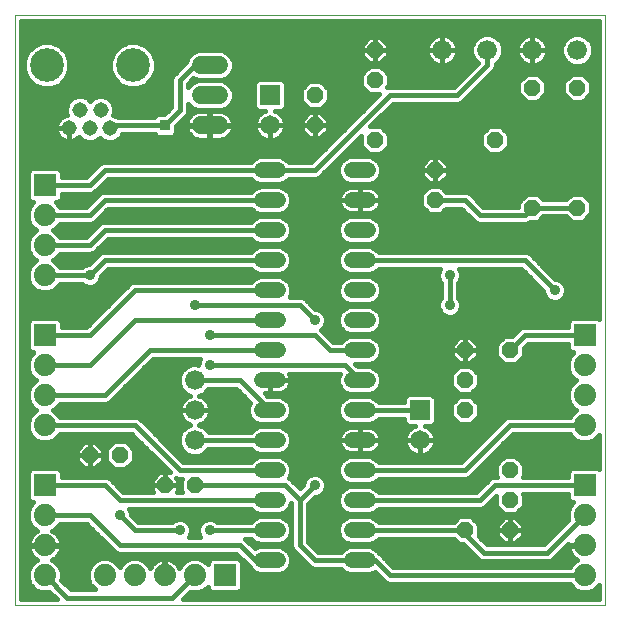
<source format=gbl>
G75*
G70*
%OFA0B0*%
%FSLAX24Y24*%
%IPPOS*%
%LPD*%
%AMOC8*
5,1,8,0,0,1.08239X$1,22.5*
%
%ADD10C,0.0000*%
%ADD11C,0.0520*%
%ADD12OC8,0.0520*%
%ADD13C,0.0660*%
%ADD14R,0.0650X0.0650*%
%ADD15C,0.0650*%
%ADD16C,0.0600*%
%ADD17C,0.0515*%
%ADD18C,0.1122*%
%ADD19R,0.0740X0.0740*%
%ADD20C,0.0740*%
%ADD21C,0.0160*%
%ADD22C,0.0356*%
%ADD23R,0.0356X0.0356*%
D10*
X000181Y000181D02*
X000181Y019866D01*
X019866Y019866D01*
X019866Y000181D01*
X000181Y000181D01*
D11*
X008421Y001681D02*
X008941Y001681D01*
X008941Y002681D02*
X008421Y002681D01*
X008421Y003681D02*
X008941Y003681D01*
X008941Y004681D02*
X008421Y004681D01*
X008421Y005681D02*
X008941Y005681D01*
X008941Y006681D02*
X008421Y006681D01*
X008421Y007681D02*
X008941Y007681D01*
X008941Y008681D02*
X008421Y008681D01*
X008421Y009681D02*
X008941Y009681D01*
X008941Y010681D02*
X008421Y010681D01*
X008421Y011681D02*
X008941Y011681D01*
X008941Y012681D02*
X008421Y012681D01*
X008421Y013681D02*
X008941Y013681D01*
X008941Y014681D02*
X008421Y014681D01*
X011421Y014681D02*
X011941Y014681D01*
X011941Y013681D02*
X011421Y013681D01*
X011421Y012681D02*
X011941Y012681D01*
X011941Y011681D02*
X011421Y011681D01*
X011421Y010681D02*
X011941Y010681D01*
X011941Y009681D02*
X011421Y009681D01*
X011421Y008681D02*
X011941Y008681D01*
X011941Y007681D02*
X011421Y007681D01*
X011421Y006681D02*
X011941Y006681D01*
X011941Y005681D02*
X011421Y005681D01*
X011421Y004681D02*
X011941Y004681D01*
X011941Y003681D02*
X011421Y003681D01*
X011421Y002681D02*
X011941Y002681D01*
X011941Y001681D02*
X011421Y001681D01*
D12*
X015181Y002681D03*
X016681Y002681D03*
X016681Y003681D03*
X016681Y004681D03*
X015181Y006681D03*
X015181Y007681D03*
X015181Y008681D03*
X016681Y008681D03*
X017431Y013431D03*
X018931Y013431D03*
X016181Y015681D03*
X017431Y017431D03*
X018931Y017431D03*
X014181Y014681D03*
X014181Y013681D03*
X012181Y015681D03*
X012181Y017681D03*
X012181Y018681D03*
X010181Y017181D03*
X010181Y016181D03*
X003681Y005181D03*
X002681Y005181D03*
X005181Y004181D03*
X006181Y004181D03*
D13*
X006181Y005681D03*
X006181Y006681D03*
X006181Y007681D03*
X014431Y018681D03*
X015931Y018681D03*
X017431Y018681D03*
X018931Y018681D03*
D14*
X008681Y017181D03*
X013681Y006681D03*
D15*
X013681Y005681D03*
X008681Y016181D03*
D16*
X006981Y016181D02*
X006381Y016181D01*
X006381Y017181D02*
X006981Y017181D01*
X006981Y018181D02*
X006381Y018181D01*
D17*
X003351Y016081D03*
X002681Y016081D03*
X002351Y016701D03*
X001981Y016081D03*
X003041Y016701D03*
D18*
X004118Y018181D03*
X001244Y018181D03*
D19*
X001181Y014181D03*
X001181Y009181D03*
X001181Y004181D03*
X007181Y001181D03*
X019181Y004181D03*
X019181Y009181D03*
D20*
X019181Y008181D03*
X019181Y007181D03*
X019181Y006181D03*
X019181Y003181D03*
X019181Y002181D03*
X019181Y001181D03*
X006181Y001181D03*
X005181Y001181D03*
X004181Y001181D03*
X003181Y001181D03*
X001181Y001181D03*
X001181Y002181D03*
X001181Y003181D03*
X001181Y006181D03*
X001181Y007181D03*
X001181Y008181D03*
X001181Y011181D03*
X001181Y012181D03*
X001181Y013181D03*
D21*
X002681Y013181D01*
X003181Y013681D01*
X008681Y013681D01*
X008330Y013221D02*
X009033Y013221D01*
X009202Y013291D01*
X009331Y013421D01*
X009401Y013590D01*
X009401Y013773D01*
X009331Y013942D01*
X009202Y014071D01*
X009033Y014141D01*
X008330Y014141D01*
X008161Y014071D01*
X008051Y013961D01*
X003126Y013961D01*
X003023Y013919D01*
X002944Y013840D01*
X002565Y013461D01*
X001682Y013461D01*
X001665Y013504D01*
X001557Y013611D01*
X001634Y013611D01*
X001751Y013729D01*
X001751Y013901D01*
X002626Y013901D01*
X002737Y013901D01*
X002840Y013944D01*
X003297Y014401D01*
X008051Y014401D01*
X008161Y014291D01*
X008330Y014221D01*
X009033Y014221D01*
X009202Y014291D01*
X009312Y014401D01*
X010126Y014401D01*
X010237Y014401D01*
X010340Y014444D01*
X011721Y015826D01*
X011721Y015491D01*
X011991Y015221D01*
X012372Y015221D01*
X012641Y015491D01*
X012641Y015872D01*
X012372Y016141D01*
X012037Y016141D01*
X012797Y016901D01*
X014876Y016901D01*
X014987Y016901D01*
X015090Y016944D01*
X016090Y017944D01*
X016169Y018023D01*
X016211Y018126D01*
X016211Y018224D01*
X016232Y018232D01*
X016381Y018381D01*
X016461Y018576D01*
X016461Y018787D01*
X016381Y018982D01*
X016232Y019131D01*
X016037Y019211D01*
X015826Y019211D01*
X015631Y019131D01*
X015482Y018982D01*
X015401Y018787D01*
X015401Y018576D01*
X015482Y018381D01*
X015609Y018255D01*
X014815Y017461D01*
X012626Y017461D01*
X012602Y017452D01*
X012641Y017491D01*
X012641Y017872D01*
X012372Y018141D01*
X011991Y018141D01*
X011721Y017872D01*
X011721Y017491D01*
X011991Y017221D01*
X012326Y017221D01*
X010065Y014961D01*
X009312Y014961D01*
X009202Y015071D01*
X009033Y015141D01*
X008330Y015141D01*
X008161Y015071D01*
X008051Y014961D01*
X003126Y014961D01*
X003023Y014919D01*
X002944Y014840D01*
X002565Y014461D01*
X001751Y014461D01*
X001751Y014634D01*
X001634Y014751D01*
X000729Y014751D01*
X000611Y014634D01*
X000611Y013729D01*
X000729Y013611D01*
X000805Y013611D01*
X000698Y013504D01*
X000611Y013295D01*
X000611Y013068D01*
X000698Y012859D01*
X000859Y012698D01*
X000899Y012681D01*
X000859Y012665D01*
X000698Y012504D01*
X000611Y012295D01*
X000611Y012068D01*
X000698Y011859D01*
X000859Y011698D01*
X000899Y011681D01*
X000859Y011665D01*
X000698Y011504D01*
X000611Y011295D01*
X000611Y011068D01*
X000698Y010859D01*
X000859Y010698D01*
X001068Y010611D01*
X001295Y010611D01*
X001504Y010698D01*
X001665Y010859D01*
X001682Y010901D01*
X002427Y010901D01*
X002467Y010861D01*
X002606Y010803D01*
X002757Y010803D01*
X002896Y010861D01*
X003002Y010967D01*
X003059Y011106D01*
X003059Y011164D01*
X003297Y011401D01*
X008051Y011401D01*
X008161Y011291D01*
X008330Y011221D01*
X009033Y011221D01*
X009202Y011291D01*
X009331Y011421D01*
X009401Y011590D01*
X009401Y011773D01*
X009331Y011942D01*
X009202Y012071D01*
X009033Y012141D01*
X008330Y012141D01*
X008161Y012071D01*
X008051Y011961D01*
X003126Y011961D01*
X003023Y011919D01*
X002944Y011840D01*
X002664Y011559D01*
X002606Y011559D01*
X002467Y011502D01*
X002427Y011461D01*
X001682Y011461D01*
X001665Y011504D01*
X001504Y011665D01*
X001464Y011681D01*
X001504Y011698D01*
X001665Y011859D01*
X001682Y011901D01*
X002626Y011901D01*
X002737Y011901D01*
X002840Y011944D01*
X003297Y012401D01*
X008051Y012401D01*
X008161Y012291D01*
X008330Y012221D01*
X009033Y012221D01*
X009202Y012291D01*
X009331Y012421D01*
X009401Y012590D01*
X009401Y012773D01*
X009331Y012942D01*
X009202Y013071D01*
X009033Y013141D01*
X008330Y013141D01*
X008161Y013071D01*
X008051Y012961D01*
X003126Y012961D01*
X003023Y012919D01*
X002944Y012840D01*
X002565Y012461D01*
X001682Y012461D01*
X001665Y012504D01*
X001504Y012665D01*
X001464Y012681D01*
X001504Y012698D01*
X001665Y012859D01*
X001682Y012901D01*
X002626Y012901D01*
X002737Y012901D01*
X002840Y012944D01*
X003297Y013401D01*
X008051Y013401D01*
X008161Y013291D01*
X008330Y013221D01*
X008112Y013341D02*
X003236Y013341D01*
X003078Y013182D02*
X015285Y013182D01*
X015443Y013023D02*
X012250Y013023D01*
X012202Y013071D02*
X012033Y013141D01*
X011330Y013141D01*
X011161Y013071D01*
X011031Y012942D01*
X010961Y012773D01*
X010961Y012590D01*
X011031Y012421D01*
X011161Y012291D01*
X011330Y012221D01*
X012033Y012221D01*
X012202Y012291D01*
X012331Y012421D01*
X012401Y012590D01*
X012401Y012773D01*
X012331Y012942D01*
X012202Y013071D01*
X012110Y013274D02*
X012172Y013305D01*
X012228Y013346D01*
X012277Y013395D01*
X012318Y013451D01*
X012349Y013512D01*
X012371Y013578D01*
X012381Y013647D01*
X012381Y013681D01*
X011682Y013681D01*
X011682Y013682D01*
X011681Y013682D01*
X011681Y014121D01*
X011387Y014121D01*
X011318Y014111D01*
X011252Y014089D01*
X011191Y014058D01*
X011135Y014017D01*
X011086Y013968D01*
X011045Y013912D01*
X011014Y013850D01*
X010992Y013784D01*
X010981Y013716D01*
X010981Y013682D01*
X011681Y013682D01*
X011681Y013681D01*
X011682Y013681D01*
X011682Y013241D01*
X011976Y013241D01*
X012044Y013252D01*
X012110Y013274D01*
X012221Y013341D02*
X013872Y013341D01*
X013991Y013221D02*
X013721Y013491D01*
X013721Y013872D01*
X013991Y014141D01*
X014372Y014141D01*
X014552Y013961D01*
X015126Y013961D01*
X015237Y013961D01*
X015340Y013919D01*
X015797Y013461D01*
X016971Y013461D01*
X016971Y013622D01*
X017241Y013891D01*
X017622Y013891D01*
X017802Y013711D01*
X018561Y013711D01*
X018741Y013891D01*
X019122Y013891D01*
X019391Y013622D01*
X019391Y013241D01*
X019122Y012971D01*
X018741Y012971D01*
X018561Y013151D01*
X017802Y013151D01*
X017622Y012971D01*
X017367Y012971D01*
X017340Y012944D01*
X017237Y012901D01*
X017126Y012901D01*
X015626Y012901D01*
X015523Y012944D01*
X015444Y013023D01*
X015065Y013401D01*
X014552Y013401D01*
X014372Y013221D01*
X013991Y013221D01*
X013721Y013499D02*
X012342Y013499D01*
X012381Y013658D02*
X013721Y013658D01*
X013721Y013816D02*
X012360Y013816D01*
X012371Y013784D02*
X012349Y013850D01*
X012318Y013912D01*
X012277Y013968D01*
X012228Y014017D01*
X012172Y014058D01*
X012110Y014089D01*
X012044Y014111D01*
X011976Y014121D01*
X011682Y014121D01*
X011682Y013682D01*
X012381Y013682D01*
X012381Y013716D01*
X012371Y013784D01*
X012270Y013975D02*
X013824Y013975D01*
X013983Y014133D02*
X009053Y014133D01*
X009202Y014292D02*
X011161Y014292D01*
X011161Y014291D02*
X011330Y014221D01*
X012033Y014221D01*
X012202Y014291D01*
X012331Y014421D01*
X012401Y014590D01*
X012401Y014773D01*
X012331Y014942D01*
X012202Y015071D01*
X012033Y015141D01*
X011330Y015141D01*
X011161Y015071D01*
X011031Y014942D01*
X010961Y014773D01*
X010961Y014590D01*
X011031Y014421D01*
X011161Y014291D01*
X011019Y014450D02*
X010346Y014450D01*
X010505Y014609D02*
X010961Y014609D01*
X010961Y014767D02*
X010663Y014767D01*
X010822Y014926D02*
X011025Y014926D01*
X010980Y015084D02*
X011193Y015084D01*
X011139Y015243D02*
X011969Y015243D01*
X011811Y015402D02*
X011297Y015402D01*
X011456Y015560D02*
X011721Y015560D01*
X011721Y015719D02*
X011615Y015719D01*
X011140Y016036D02*
X010621Y016036D01*
X010621Y015999D02*
X010621Y016181D01*
X010182Y016181D01*
X010182Y016182D01*
X010181Y016182D01*
X010181Y016621D01*
X009999Y016621D01*
X009741Y016364D01*
X009741Y016182D01*
X010181Y016182D01*
X010181Y016181D01*
X009741Y016181D01*
X009741Y015999D01*
X009999Y015741D01*
X010181Y015741D01*
X010181Y016181D01*
X010182Y016181D01*
X010182Y015741D01*
X010364Y015741D01*
X010621Y015999D01*
X010499Y015877D02*
X010981Y015877D01*
X010823Y015719D02*
X008886Y015719D01*
X008875Y015713D02*
X008946Y015749D01*
X009010Y015796D01*
X009067Y015852D01*
X009113Y015917D01*
X009149Y015988D01*
X009174Y016063D01*
X009186Y016142D01*
X009186Y016181D01*
X008682Y016181D01*
X008682Y016182D01*
X009186Y016182D01*
X009186Y016221D01*
X009174Y016300D01*
X009149Y016375D01*
X009113Y016446D01*
X009067Y016510D01*
X009010Y016567D01*
X008946Y016613D01*
X008875Y016649D01*
X008853Y016656D01*
X009089Y016656D01*
X009206Y016774D01*
X009206Y017589D01*
X009089Y017706D01*
X008274Y017706D01*
X008156Y017589D01*
X008156Y016774D01*
X008274Y016656D01*
X008509Y016656D01*
X008488Y016649D01*
X008417Y016613D01*
X008352Y016567D01*
X008296Y016510D01*
X008249Y016446D01*
X008213Y016375D01*
X008189Y016300D01*
X008176Y016221D01*
X008176Y016182D01*
X008681Y016182D01*
X008681Y016181D01*
X008176Y016181D01*
X008176Y016142D01*
X008189Y016063D01*
X008213Y015988D01*
X008249Y015917D01*
X008296Y015852D01*
X008352Y015796D01*
X008417Y015749D01*
X008488Y015713D01*
X008563Y015689D01*
X008642Y015676D01*
X008681Y015676D01*
X008681Y016181D01*
X008682Y016181D01*
X008682Y015676D01*
X008721Y015676D01*
X008800Y015689D01*
X008875Y015713D01*
X008682Y015719D02*
X008681Y015719D01*
X008681Y015877D02*
X008682Y015877D01*
X008681Y016036D02*
X008682Y016036D01*
X008477Y015719D02*
X007111Y015719D01*
X007094Y015713D02*
X007166Y015737D01*
X007233Y015771D01*
X007294Y015815D01*
X007348Y015869D01*
X007392Y015930D01*
X007426Y015997D01*
X007450Y016069D01*
X007461Y016144D01*
X007461Y016161D01*
X006702Y016161D01*
X006702Y016201D01*
X007461Y016201D01*
X007461Y016219D01*
X007450Y016294D01*
X007426Y016366D01*
X007392Y016433D01*
X007348Y016494D01*
X007294Y016548D01*
X007233Y016592D01*
X007166Y016626D01*
X007094Y016650D01*
X007019Y016661D01*
X006701Y016661D01*
X006701Y016202D01*
X006661Y016202D01*
X006661Y016661D01*
X006344Y016661D01*
X006269Y016650D01*
X006197Y016626D01*
X006130Y016592D01*
X006069Y016548D01*
X006015Y016494D01*
X005971Y016433D01*
X005937Y016366D01*
X005913Y016294D01*
X005901Y016219D01*
X005901Y016201D01*
X006661Y016201D01*
X006661Y016161D01*
X006701Y016161D01*
X006701Y015701D01*
X007019Y015701D01*
X007094Y015713D01*
X007354Y015877D02*
X008278Y015877D01*
X008198Y016036D02*
X007439Y016036D01*
X007430Y016353D02*
X008206Y016353D01*
X008176Y016194D02*
X006702Y016194D01*
X006661Y016194D02*
X005590Y016194D01*
X005559Y016164D02*
X005919Y016523D01*
X005961Y016626D01*
X005961Y016737D01*
X005961Y016894D01*
X006098Y016758D01*
X006282Y016681D01*
X007081Y016681D01*
X007265Y016758D01*
X007405Y016898D01*
X007481Y017082D01*
X007481Y017281D01*
X007405Y017465D01*
X007265Y017605D01*
X007081Y017681D01*
X006282Y017681D01*
X006098Y017605D01*
X005961Y017468D01*
X005961Y017565D01*
X006137Y017741D01*
X006282Y017681D01*
X007081Y017681D01*
X007265Y017758D01*
X007405Y017898D01*
X007481Y018082D01*
X007481Y018281D01*
X007405Y018465D01*
X007265Y018605D01*
X007081Y018681D01*
X006282Y018681D01*
X006098Y018605D01*
X005958Y018465D01*
X005881Y018281D01*
X005881Y018277D01*
X005523Y017919D01*
X005444Y017840D01*
X005401Y017737D01*
X005401Y016797D01*
X005164Y016559D01*
X004920Y016559D01*
X004822Y016461D01*
X003618Y016461D01*
X003611Y016469D01*
X003465Y016529D01*
X003499Y016610D01*
X003499Y016792D01*
X003429Y016961D01*
X003301Y017089D01*
X003132Y017159D01*
X002950Y017159D01*
X002782Y017089D01*
X002696Y017003D01*
X002611Y017089D01*
X002442Y017159D01*
X002260Y017159D01*
X002092Y017089D01*
X001964Y016961D01*
X001894Y016792D01*
X001894Y016610D01*
X001933Y016517D01*
X001879Y016508D01*
X001813Y016487D01*
X001752Y016456D01*
X001696Y016415D01*
X001648Y016366D01*
X001607Y016311D01*
X001576Y016249D01*
X001555Y016184D01*
X001544Y016116D01*
X001544Y016082D01*
X001981Y016082D01*
X001981Y016081D01*
X001544Y016081D01*
X001544Y016047D01*
X001555Y015979D01*
X001576Y015913D01*
X001607Y015852D01*
X001648Y015796D01*
X001696Y015748D01*
X001752Y015707D01*
X001813Y015676D01*
X001879Y015655D01*
X001947Y015644D01*
X001981Y015644D01*
X001981Y016081D01*
X001982Y016081D01*
X001982Y015644D01*
X002016Y015644D01*
X002084Y015655D01*
X002149Y015676D01*
X002211Y015707D01*
X002266Y015748D01*
X002315Y015796D01*
X002317Y015799D01*
X002422Y015694D01*
X002590Y015624D01*
X002772Y015624D01*
X002941Y015694D01*
X003016Y015769D01*
X003092Y015694D01*
X003260Y015624D01*
X003442Y015624D01*
X003611Y015694D01*
X003739Y015822D01*
X003772Y015901D01*
X004822Y015901D01*
X004920Y015803D01*
X005442Y015803D01*
X005559Y015920D01*
X005559Y016164D01*
X005559Y016036D02*
X005924Y016036D01*
X005913Y016069D02*
X005937Y015997D01*
X005971Y015930D01*
X006015Y015869D01*
X006069Y015815D01*
X006130Y015771D01*
X006197Y015737D01*
X006269Y015713D01*
X006344Y015701D01*
X006661Y015701D01*
X006661Y016161D01*
X005901Y016161D01*
X005901Y016144D01*
X005913Y016069D01*
X006009Y015877D02*
X005516Y015877D01*
X005181Y016181D02*
X003451Y016181D01*
X003351Y016081D01*
X003509Y016511D02*
X004872Y016511D01*
X005181Y016181D02*
X005681Y016681D01*
X005681Y017681D01*
X006181Y018181D01*
X006681Y018181D01*
X007287Y017780D02*
X011721Y017780D01*
X011721Y017621D02*
X010392Y017621D01*
X010372Y017641D02*
X009991Y017641D01*
X009721Y017372D01*
X009721Y016991D01*
X009991Y016721D01*
X010372Y016721D01*
X010641Y016991D01*
X010641Y017372D01*
X010372Y017641D01*
X010551Y017463D02*
X011750Y017463D01*
X011908Y017304D02*
X010641Y017304D01*
X010641Y017146D02*
X012250Y017146D01*
X012091Y016987D02*
X010638Y016987D01*
X010479Y016828D02*
X011933Y016828D01*
X011774Y016670D02*
X009103Y016670D01*
X009066Y016511D02*
X009889Y016511D01*
X009741Y016353D02*
X009157Y016353D01*
X009186Y016194D02*
X009741Y016194D01*
X009741Y016036D02*
X009165Y016036D01*
X009085Y015877D02*
X009863Y015877D01*
X010181Y015877D02*
X010182Y015877D01*
X010181Y016036D02*
X010182Y016036D01*
X010182Y016182D02*
X010621Y016182D01*
X010621Y016364D01*
X010364Y016621D01*
X010182Y016621D01*
X010182Y016182D01*
X010181Y016194D02*
X010182Y016194D01*
X010181Y016353D02*
X010182Y016353D01*
X010181Y016511D02*
X010182Y016511D01*
X010474Y016511D02*
X011615Y016511D01*
X011457Y016353D02*
X010621Y016353D01*
X010621Y016194D02*
X011298Y016194D01*
X012090Y016194D02*
X019666Y016194D01*
X019666Y016036D02*
X016478Y016036D01*
X016372Y016141D02*
X016641Y015872D01*
X016641Y015491D01*
X016372Y015221D01*
X015991Y015221D01*
X015721Y015491D01*
X015721Y015872D01*
X015991Y016141D01*
X016372Y016141D01*
X016636Y015877D02*
X019666Y015877D01*
X019666Y015719D02*
X016641Y015719D01*
X016641Y015560D02*
X019666Y015560D01*
X019666Y015402D02*
X016552Y015402D01*
X016394Y015243D02*
X019666Y015243D01*
X019666Y015084D02*
X014401Y015084D01*
X014364Y015121D02*
X014621Y014864D01*
X014621Y014682D01*
X014182Y014682D01*
X014181Y014682D01*
X014181Y015121D01*
X013999Y015121D01*
X013741Y014864D01*
X013741Y014682D01*
X014181Y014682D01*
X014181Y014681D01*
X013741Y014681D01*
X013741Y014499D01*
X013999Y014241D01*
X014181Y014241D01*
X014181Y014681D01*
X014182Y014681D01*
X014182Y014682D01*
X014182Y015121D01*
X014364Y015121D01*
X014182Y015084D02*
X014181Y015084D01*
X014181Y014926D02*
X014182Y014926D01*
X014181Y014767D02*
X014182Y014767D01*
X014182Y014681D02*
X014621Y014681D01*
X014621Y014499D01*
X014364Y014241D01*
X014182Y014241D01*
X014182Y014681D01*
X014181Y014609D02*
X014182Y014609D01*
X014181Y014450D02*
X014182Y014450D01*
X014181Y014292D02*
X014182Y014292D01*
X014414Y014292D02*
X019666Y014292D01*
X019666Y014450D02*
X014573Y014450D01*
X014621Y014609D02*
X019666Y014609D01*
X019666Y014767D02*
X014621Y014767D01*
X014559Y014926D02*
X019666Y014926D01*
X019666Y014133D02*
X014380Y014133D01*
X014539Y013975D02*
X019666Y013975D01*
X019666Y013816D02*
X019197Y013816D01*
X019356Y013658D02*
X019666Y013658D01*
X019666Y013499D02*
X019391Y013499D01*
X019391Y013341D02*
X019666Y013341D01*
X019666Y013182D02*
X019332Y013182D01*
X019174Y013023D02*
X019666Y013023D01*
X019666Y012865D02*
X012363Y012865D01*
X012401Y012706D02*
X019666Y012706D01*
X019666Y012548D02*
X012384Y012548D01*
X012300Y012389D02*
X019666Y012389D01*
X019666Y012231D02*
X012055Y012231D01*
X012033Y012141D02*
X011330Y012141D01*
X011161Y012071D01*
X011031Y011942D01*
X010961Y011773D01*
X010961Y011590D01*
X011031Y011421D01*
X011161Y011291D01*
X011330Y011221D01*
X012033Y011221D01*
X012202Y011291D01*
X012312Y011401D01*
X014367Y011401D01*
X014361Y011396D01*
X014303Y011257D01*
X014303Y011106D01*
X014361Y010967D01*
X014401Y010927D01*
X014401Y010436D01*
X014361Y010396D01*
X014303Y010257D01*
X014303Y010106D01*
X014361Y009967D01*
X014467Y009861D01*
X014606Y009803D01*
X014757Y009803D01*
X014896Y009861D01*
X015002Y009967D01*
X015059Y010106D01*
X015059Y010257D01*
X015002Y010396D01*
X014961Y010436D01*
X014961Y010927D01*
X015002Y010967D01*
X015059Y011106D01*
X015059Y011257D01*
X015002Y011396D01*
X014996Y011401D01*
X017065Y011401D01*
X017803Y010664D01*
X017803Y010606D01*
X017861Y010467D01*
X017967Y010361D01*
X018106Y010303D01*
X018257Y010303D01*
X018396Y010361D01*
X018502Y010467D01*
X018559Y010606D01*
X018559Y010757D01*
X018502Y010896D01*
X018396Y011002D01*
X018257Y011059D01*
X018199Y011059D01*
X017340Y011919D01*
X017237Y011961D01*
X017126Y011961D01*
X012312Y011961D01*
X012202Y012071D01*
X012033Y012141D01*
X012200Y012072D02*
X019666Y012072D01*
X019666Y011914D02*
X017345Y011914D01*
X017504Y011755D02*
X019666Y011755D01*
X019666Y011597D02*
X017662Y011597D01*
X017821Y011438D02*
X019666Y011438D01*
X019666Y011279D02*
X017979Y011279D01*
X018138Y011121D02*
X019666Y011121D01*
X019666Y010962D02*
X018435Y010962D01*
X018540Y010804D02*
X019666Y010804D01*
X019666Y010645D02*
X018559Y010645D01*
X018510Y010487D02*
X019666Y010487D01*
X019666Y010328D02*
X018317Y010328D01*
X018046Y010328D02*
X015030Y010328D01*
X015059Y010170D02*
X019666Y010170D01*
X019666Y010011D02*
X015020Y010011D01*
X014876Y009853D02*
X019666Y009853D01*
X019634Y009751D02*
X018729Y009751D01*
X018611Y009634D01*
X018611Y009461D01*
X017126Y009461D01*
X017023Y009419D01*
X016944Y009340D01*
X016745Y009141D01*
X016491Y009141D01*
X016221Y008872D01*
X016221Y008491D01*
X016491Y008221D01*
X016872Y008221D01*
X017141Y008491D01*
X017141Y008745D01*
X017297Y008901D01*
X018611Y008901D01*
X018611Y008729D01*
X018729Y008611D01*
X018805Y008611D01*
X018698Y008504D01*
X018611Y008295D01*
X018611Y008068D01*
X018698Y007859D01*
X018859Y007698D01*
X018899Y007681D01*
X018859Y007665D01*
X018698Y007504D01*
X018611Y007295D01*
X018611Y007068D01*
X018698Y006859D01*
X018859Y006698D01*
X018899Y006681D01*
X018859Y006665D01*
X018698Y006504D01*
X018680Y006461D01*
X016626Y006461D01*
X016523Y006419D01*
X016444Y006340D01*
X015065Y004961D01*
X012312Y004961D01*
X012202Y005071D01*
X012033Y005141D01*
X011330Y005141D01*
X011161Y005071D01*
X011031Y004942D01*
X010961Y004773D01*
X010961Y004590D01*
X011031Y004421D01*
X011161Y004291D01*
X011330Y004221D01*
X012033Y004221D01*
X012202Y004291D01*
X012312Y004401D01*
X015126Y004401D01*
X015237Y004401D01*
X015340Y004444D01*
X016797Y005901D01*
X018680Y005901D01*
X018698Y005859D01*
X018859Y005698D01*
X019068Y005611D01*
X019295Y005611D01*
X019504Y005698D01*
X019665Y005859D01*
X019666Y005863D01*
X019666Y004719D01*
X019634Y004751D01*
X018729Y004751D01*
X018611Y004634D01*
X018611Y004461D01*
X017112Y004461D01*
X017141Y004491D01*
X017141Y004872D01*
X016872Y005141D01*
X016491Y005141D01*
X016221Y004872D01*
X016221Y004491D01*
X016251Y004461D01*
X016126Y004461D01*
X016023Y004419D01*
X015944Y004340D01*
X015565Y003961D01*
X012312Y003961D01*
X012202Y004071D01*
X012033Y004141D01*
X011330Y004141D01*
X011161Y004071D01*
X011031Y003942D01*
X010961Y003773D01*
X010961Y003590D01*
X011031Y003421D01*
X011161Y003291D01*
X011330Y003221D01*
X012033Y003221D01*
X012202Y003291D01*
X012312Y003401D01*
X015626Y003401D01*
X015737Y003401D01*
X015840Y003444D01*
X016221Y003826D01*
X016221Y003491D01*
X016491Y003221D01*
X016872Y003221D01*
X017141Y003491D01*
X017141Y003872D01*
X017112Y003901D01*
X018611Y003901D01*
X018611Y003729D01*
X018729Y003611D01*
X018805Y003611D01*
X018698Y003504D01*
X018611Y003295D01*
X018611Y003068D01*
X018629Y003025D01*
X017815Y002211D01*
X015922Y002211D01*
X015641Y002492D01*
X015641Y002872D01*
X015372Y003141D01*
X014991Y003141D01*
X014811Y002961D01*
X012312Y002961D01*
X012202Y003071D01*
X012033Y003141D01*
X011330Y003141D01*
X011161Y003071D01*
X011031Y002942D01*
X010961Y002773D01*
X010961Y002590D01*
X011031Y002421D01*
X011161Y002291D01*
X011330Y002221D01*
X012033Y002221D01*
X012202Y002291D01*
X012312Y002401D01*
X014811Y002401D01*
X012312Y002401D01*
X012084Y002242D02*
X014970Y002242D01*
X014991Y002221D02*
X014811Y002401D01*
X014991Y002221D02*
X015120Y002221D01*
X015569Y001773D01*
X015648Y001694D01*
X015751Y001651D01*
X017876Y001651D01*
X017987Y001651D01*
X018090Y001694D01*
X018633Y002238D01*
X018631Y002225D01*
X018631Y002201D01*
X019161Y002201D01*
X019161Y002161D01*
X018631Y002161D01*
X018631Y002138D01*
X018645Y002053D01*
X018672Y001970D01*
X018711Y001893D01*
X018762Y001823D01*
X018823Y001762D01*
X018893Y001711D01*
X018928Y001693D01*
X018859Y001665D01*
X018698Y001504D01*
X018680Y001461D01*
X012797Y001461D01*
X012342Y001917D01*
X012331Y001942D01*
X012202Y002071D01*
X012033Y002141D01*
X011330Y002141D01*
X011161Y002071D01*
X011051Y001961D01*
X010297Y001961D01*
X009961Y002297D01*
X009961Y003565D01*
X010199Y003803D01*
X010257Y003803D01*
X010396Y003861D01*
X010502Y003967D01*
X010559Y004106D01*
X010559Y004257D01*
X010502Y004396D01*
X010396Y004502D01*
X010257Y004559D01*
X010106Y004559D01*
X009967Y004502D01*
X009861Y004396D01*
X009803Y004257D01*
X009803Y004199D01*
X009681Y004077D01*
X009419Y004340D01*
X009340Y004419D01*
X009332Y004422D01*
X009401Y004590D01*
X009401Y004773D01*
X009331Y004942D01*
X009202Y005071D01*
X009033Y005141D01*
X008330Y005141D01*
X008161Y005071D01*
X008051Y004961D01*
X005797Y004961D01*
X004340Y006419D01*
X004237Y006461D01*
X004126Y006461D01*
X001682Y006461D01*
X001665Y006504D01*
X001504Y006665D01*
X001464Y006681D01*
X001504Y006698D01*
X001665Y006859D01*
X001682Y006901D01*
X003126Y006901D01*
X003237Y006901D01*
X003340Y006944D01*
X004797Y008401D01*
X006367Y008401D01*
X006361Y008396D01*
X006303Y008257D01*
X006303Y008205D01*
X006287Y008211D01*
X006076Y008211D01*
X005881Y008131D01*
X005732Y007982D01*
X005651Y007787D01*
X005651Y007576D01*
X005732Y007381D01*
X005881Y007232D01*
X006033Y007169D01*
X005986Y007154D01*
X005914Y007118D01*
X005849Y007070D01*
X005792Y007014D01*
X005745Y006949D01*
X005709Y006877D01*
X005684Y006801D01*
X005671Y006722D01*
X005671Y006682D01*
X001464Y006682D01*
X001646Y006523D02*
X005697Y006523D01*
X005709Y006486D02*
X005745Y006414D01*
X005792Y006349D01*
X005849Y006292D01*
X005914Y006245D01*
X005986Y006209D01*
X006033Y006193D01*
X005881Y006131D01*
X005732Y005982D01*
X005651Y005787D01*
X005651Y005576D01*
X005732Y005381D01*
X005881Y005232D01*
X006076Y005151D01*
X006287Y005151D01*
X006482Y005232D01*
X006631Y005381D01*
X006639Y005401D01*
X008051Y005401D01*
X008161Y005291D01*
X008330Y005221D01*
X009033Y005221D01*
X009202Y005291D01*
X009331Y005421D01*
X009401Y005590D01*
X009401Y005773D01*
X009331Y005942D01*
X009202Y006071D01*
X009033Y006141D01*
X008330Y006141D01*
X008161Y006071D01*
X008051Y005961D01*
X006639Y005961D01*
X006631Y005982D01*
X006482Y006131D01*
X006330Y006193D01*
X006377Y006209D01*
X006449Y006245D01*
X006514Y006292D01*
X006570Y006349D01*
X006618Y006414D01*
X006654Y006486D01*
X006679Y006562D01*
X006691Y006641D01*
X006691Y006681D01*
X006182Y006681D01*
X006182Y006682D01*
X006691Y006682D01*
X007961Y006682D01*
X007961Y006773D02*
X007961Y006590D01*
X008031Y006421D01*
X008161Y006291D01*
X008330Y006221D01*
X009033Y006221D01*
X009202Y006291D01*
X009331Y006421D01*
X009401Y006590D01*
X009401Y006773D01*
X009331Y006942D01*
X009202Y007071D01*
X009033Y007141D01*
X008617Y007141D01*
X008517Y007241D01*
X008681Y007241D01*
X008681Y007681D01*
X008682Y007681D01*
X008682Y007682D01*
X009381Y007682D01*
X009381Y007716D01*
X009371Y007784D01*
X009349Y007850D01*
X009323Y007901D01*
X011015Y007901D01*
X010961Y007773D01*
X010961Y007590D01*
X011031Y007421D01*
X011161Y007291D01*
X011330Y007221D01*
X012033Y007221D01*
X012202Y007291D01*
X012331Y007421D01*
X012401Y007590D01*
X012401Y007773D01*
X012331Y007942D01*
X012202Y008071D01*
X012033Y008141D01*
X011617Y008141D01*
X011537Y008221D01*
X012033Y008221D01*
X012202Y008291D01*
X012331Y008421D01*
X012401Y008590D01*
X012401Y008773D01*
X012331Y008942D01*
X012202Y009071D01*
X012033Y009141D01*
X011330Y009141D01*
X011161Y009071D01*
X011051Y008961D01*
X010797Y008961D01*
X010397Y009362D01*
X010502Y009467D01*
X010559Y009606D01*
X010559Y009757D01*
X010502Y009896D01*
X010396Y010002D01*
X010257Y010059D01*
X010199Y010059D01*
X009840Y010419D01*
X009737Y010461D01*
X009626Y010461D01*
X009348Y010461D01*
X009401Y010590D01*
X009401Y010773D01*
X009331Y010942D01*
X009202Y011071D01*
X009033Y011141D01*
X008330Y011141D01*
X008161Y011071D01*
X008051Y010961D01*
X004126Y010961D01*
X004023Y010919D01*
X003944Y010840D01*
X002565Y009461D01*
X001751Y009461D01*
X001751Y009634D01*
X001634Y009751D01*
X000729Y009751D01*
X000611Y009634D01*
X000611Y008729D01*
X000729Y008611D01*
X000805Y008611D01*
X000698Y008504D01*
X000611Y008295D01*
X000611Y008068D01*
X000698Y007859D01*
X000859Y007698D01*
X000899Y007681D01*
X000859Y007665D01*
X000698Y007504D01*
X000611Y007295D01*
X000611Y007068D01*
X000698Y006859D01*
X000859Y006698D01*
X000899Y006681D01*
X000859Y006665D01*
X000698Y006504D01*
X000611Y006295D01*
X000611Y006068D01*
X000698Y005859D01*
X000859Y005698D01*
X001068Y005611D01*
X001295Y005611D01*
X001504Y005698D01*
X001665Y005859D01*
X001682Y005901D01*
X004065Y005901D01*
X005346Y004621D01*
X005182Y004621D01*
X005181Y004621D01*
X004999Y004621D01*
X004741Y004364D01*
X004741Y004182D01*
X005181Y004182D01*
X005181Y004621D01*
X005182Y004621D02*
X005182Y004182D01*
X005181Y004182D01*
X005181Y004181D01*
X004741Y004181D01*
X004741Y003999D01*
X004779Y003961D01*
X003797Y003961D01*
X003340Y004419D01*
X003237Y004461D01*
X003126Y004461D01*
X001751Y004461D01*
X001751Y004634D01*
X001634Y004751D01*
X000729Y004751D01*
X000611Y004634D01*
X000611Y003729D01*
X000729Y003611D01*
X000805Y003611D01*
X000698Y003504D01*
X000611Y003295D01*
X000611Y003068D01*
X000698Y002859D01*
X000859Y002698D01*
X000928Y002669D01*
X000893Y002652D01*
X000823Y002601D01*
X000762Y002540D01*
X000711Y002470D01*
X000672Y002393D01*
X000645Y002310D01*
X000631Y002225D01*
X000631Y002201D01*
X001161Y002201D01*
X001161Y002161D01*
X000631Y002161D01*
X000631Y002138D01*
X000645Y002053D01*
X000672Y001970D01*
X000711Y001893D01*
X000762Y001823D01*
X000823Y001762D01*
X000893Y001711D01*
X000928Y001693D01*
X000859Y001665D01*
X000698Y001504D01*
X000611Y001295D01*
X000611Y001068D01*
X000698Y000859D01*
X000859Y000698D01*
X001068Y000611D01*
X001295Y000611D01*
X001338Y000629D01*
X001586Y000381D01*
X000381Y000381D01*
X000381Y019666D01*
X019666Y019666D01*
X019666Y009719D01*
X019634Y009751D01*
X019181Y009181D02*
X017181Y009181D01*
X016681Y008681D01*
X016221Y008743D02*
X015621Y008743D01*
X015621Y008682D02*
X015621Y008864D01*
X015364Y009121D01*
X015182Y009121D01*
X015182Y008682D01*
X015181Y008682D01*
X015181Y009121D01*
X014999Y009121D01*
X014741Y008864D01*
X014741Y008682D01*
X015181Y008682D01*
X015181Y008681D01*
X014741Y008681D01*
X014741Y008499D01*
X014999Y008241D01*
X015181Y008241D01*
X015181Y008681D01*
X015182Y008681D01*
X015182Y008682D01*
X015621Y008682D01*
X015621Y008681D02*
X015182Y008681D01*
X015182Y008241D01*
X015364Y008241D01*
X015621Y008499D01*
X015621Y008681D01*
X015621Y008584D02*
X016221Y008584D01*
X016287Y008426D02*
X015548Y008426D01*
X015389Y008267D02*
X016445Y008267D01*
X016918Y008267D02*
X018611Y008267D01*
X018611Y008109D02*
X015405Y008109D01*
X015372Y008141D02*
X015641Y007872D01*
X015641Y007491D01*
X015372Y007221D01*
X014991Y007221D01*
X014721Y007491D01*
X014721Y007872D01*
X014991Y008141D01*
X015372Y008141D01*
X015182Y008267D02*
X015181Y008267D01*
X015181Y008426D02*
X015182Y008426D01*
X015181Y008584D02*
X015182Y008584D01*
X015181Y008743D02*
X015182Y008743D01*
X015181Y008901D02*
X015182Y008901D01*
X015181Y009060D02*
X015182Y009060D01*
X015425Y009060D02*
X016409Y009060D01*
X016251Y008901D02*
X015584Y008901D01*
X014938Y009060D02*
X012213Y009060D01*
X012348Y008901D02*
X014779Y008901D01*
X014741Y008743D02*
X012401Y008743D01*
X012399Y008584D02*
X014741Y008584D01*
X014815Y008426D02*
X012333Y008426D01*
X012143Y008267D02*
X014973Y008267D01*
X014958Y008109D02*
X012112Y008109D01*
X012323Y007950D02*
X014800Y007950D01*
X014721Y007791D02*
X012394Y007791D01*
X012401Y007633D02*
X014721Y007633D01*
X014738Y007474D02*
X012354Y007474D01*
X012226Y007316D02*
X014896Y007316D01*
X014991Y007141D02*
X014721Y006872D01*
X014721Y006491D01*
X014991Y006221D01*
X015372Y006221D01*
X015641Y006491D01*
X015641Y006872D01*
X015372Y007141D01*
X014991Y007141D01*
X014848Y006999D02*
X014206Y006999D01*
X014206Y007089D02*
X014089Y007206D01*
X013274Y007206D01*
X013156Y007089D01*
X013156Y006961D01*
X012312Y006961D01*
X012202Y007071D01*
X012033Y007141D01*
X011330Y007141D01*
X011161Y007071D01*
X011031Y006942D01*
X010961Y006773D01*
X010961Y006590D01*
X011031Y006421D01*
X011161Y006291D01*
X011330Y006221D01*
X012033Y006221D01*
X012202Y006291D01*
X012312Y006401D01*
X013156Y006401D01*
X013156Y006274D01*
X013274Y006156D01*
X013509Y006156D01*
X013488Y006149D01*
X013417Y006113D01*
X013352Y006067D01*
X013296Y006010D01*
X013249Y005946D01*
X013213Y005875D01*
X013189Y005800D01*
X013176Y005721D01*
X013176Y005682D01*
X013681Y005682D01*
X013681Y005681D01*
X013176Y005681D01*
X013176Y005642D01*
X013189Y005563D01*
X013213Y005488D01*
X013249Y005417D01*
X013296Y005352D01*
X013352Y005296D01*
X013417Y005249D01*
X013488Y005213D01*
X013563Y005189D01*
X013642Y005176D01*
X013681Y005176D01*
X013681Y005681D01*
X013682Y005681D01*
X013682Y005682D01*
X014186Y005682D01*
X014186Y005721D01*
X014174Y005800D01*
X014149Y005875D01*
X014113Y005946D01*
X014067Y006010D01*
X014010Y006067D01*
X013946Y006113D01*
X013875Y006149D01*
X013853Y006156D01*
X014089Y006156D01*
X014206Y006274D01*
X014206Y007089D01*
X014138Y007157D02*
X018611Y007157D01*
X018620Y007316D02*
X015466Y007316D01*
X015625Y007474D02*
X018686Y007474D01*
X018827Y007633D02*
X015641Y007633D01*
X015641Y007791D02*
X018765Y007791D01*
X018660Y007950D02*
X015563Y007950D01*
X015515Y006999D02*
X018640Y006999D01*
X018716Y006840D02*
X015641Y006840D01*
X015641Y006682D02*
X018898Y006682D01*
X018717Y006523D02*
X015641Y006523D01*
X015515Y006365D02*
X016469Y006365D01*
X016310Y006206D02*
X014139Y006206D01*
X014206Y006365D02*
X014848Y006365D01*
X014721Y006523D02*
X014206Y006523D01*
X014206Y006682D02*
X014721Y006682D01*
X014721Y006840D02*
X014206Y006840D01*
X013681Y006681D02*
X011681Y006681D01*
X011681Y006121D02*
X011387Y006121D01*
X011318Y006111D01*
X011252Y006089D01*
X011191Y006058D01*
X011135Y006017D01*
X011086Y005968D01*
X011045Y005912D01*
X011014Y005850D01*
X010992Y005784D01*
X010981Y005716D01*
X010981Y005682D01*
X011681Y005682D01*
X011681Y006121D01*
X011682Y006121D02*
X011682Y005682D01*
X011681Y005682D01*
X011681Y005681D01*
X011682Y005681D01*
X011682Y005682D01*
X012381Y005682D01*
X012381Y005716D01*
X012371Y005784D01*
X012349Y005850D01*
X012318Y005912D01*
X012277Y005968D01*
X012228Y006017D01*
X012172Y006058D01*
X012110Y006089D01*
X012044Y006111D01*
X011976Y006121D01*
X011682Y006121D01*
X011681Y006048D02*
X011682Y006048D01*
X011681Y005889D02*
X011682Y005889D01*
X011681Y005730D02*
X011682Y005730D01*
X011681Y005681D02*
X010981Y005681D01*
X010981Y005647D01*
X010992Y005578D01*
X011014Y005512D01*
X011045Y005451D01*
X011086Y005395D01*
X011135Y005346D01*
X011191Y005305D01*
X011252Y005274D01*
X011318Y005252D01*
X011387Y005241D01*
X011681Y005241D01*
X011681Y005681D01*
X011682Y005681D02*
X011682Y005241D01*
X011976Y005241D01*
X012044Y005252D01*
X012110Y005274D01*
X012172Y005305D01*
X012228Y005346D01*
X012277Y005395D01*
X012318Y005451D01*
X012349Y005512D01*
X012371Y005578D01*
X012381Y005647D01*
X012381Y005681D01*
X011682Y005681D01*
X011681Y005572D02*
X011682Y005572D01*
X011681Y005413D02*
X011682Y005413D01*
X011681Y005255D02*
X011682Y005255D01*
X012052Y005255D02*
X013409Y005255D01*
X013252Y005413D02*
X012290Y005413D01*
X012368Y005572D02*
X013187Y005572D01*
X013178Y005730D02*
X012379Y005730D01*
X012329Y005889D02*
X013220Y005889D01*
X013333Y006048D02*
X012186Y006048D01*
X012275Y006365D02*
X013156Y006365D01*
X013224Y006206D02*
X006369Y006206D01*
X006565Y006048D02*
X008137Y006048D01*
X008088Y006365D02*
X006582Y006365D01*
X006666Y006523D02*
X007989Y006523D01*
X007961Y006773D02*
X008030Y006937D01*
X007565Y007401D01*
X006639Y007401D01*
X006631Y007381D01*
X006482Y007232D01*
X006330Y007169D01*
X006377Y007154D01*
X006449Y007118D01*
X006514Y007070D01*
X006570Y007014D01*
X006618Y006949D01*
X006654Y006877D01*
X006679Y006801D01*
X006691Y006722D01*
X006691Y006682D01*
X006666Y006840D02*
X007989Y006840D01*
X007968Y006999D02*
X006581Y006999D01*
X006367Y007157D02*
X007810Y007157D01*
X007651Y007316D02*
X006565Y007316D01*
X006181Y007681D02*
X007681Y007681D01*
X008681Y006681D01*
X008601Y007157D02*
X013224Y007157D01*
X013156Y006999D02*
X012275Y006999D01*
X011681Y007681D02*
X011181Y008181D01*
X006681Y008181D01*
X006308Y008267D02*
X004663Y008267D01*
X004505Y008109D02*
X005859Y008109D01*
X005719Y007950D02*
X004346Y007950D01*
X004187Y007791D02*
X005653Y007791D01*
X005651Y007633D02*
X004029Y007633D01*
X003870Y007474D02*
X005693Y007474D01*
X005797Y007316D02*
X003712Y007316D01*
X003553Y007157D02*
X005996Y007157D01*
X005782Y006999D02*
X003395Y006999D01*
X003181Y007181D02*
X004681Y008681D01*
X008681Y008681D01*
X009368Y007791D02*
X010969Y007791D01*
X010961Y007633D02*
X009379Y007633D01*
X009381Y007647D02*
X009381Y007681D01*
X008682Y007681D01*
X008682Y007241D01*
X008976Y007241D01*
X009044Y007252D01*
X009110Y007274D01*
X009172Y007305D01*
X009228Y007346D01*
X009277Y007395D01*
X009318Y007451D01*
X009349Y007512D01*
X009371Y007578D01*
X009381Y007647D01*
X009330Y007474D02*
X011009Y007474D01*
X011136Y007316D02*
X009187Y007316D01*
X009275Y006999D02*
X011088Y006999D01*
X010989Y006840D02*
X009374Y006840D01*
X009401Y006682D02*
X010961Y006682D01*
X010989Y006523D02*
X009374Y006523D01*
X009275Y006365D02*
X011088Y006365D01*
X011177Y006048D02*
X009226Y006048D01*
X009353Y005889D02*
X011033Y005889D01*
X010984Y005730D02*
X009401Y005730D01*
X009394Y005572D02*
X010994Y005572D01*
X011072Y005413D02*
X009324Y005413D01*
X009113Y005255D02*
X011310Y005255D01*
X011221Y005096D02*
X009142Y005096D01*
X009333Y004938D02*
X011030Y004938D01*
X010964Y004779D02*
X009399Y004779D01*
X009401Y004621D02*
X010961Y004621D01*
X011014Y004462D02*
X010435Y004462D01*
X010540Y004304D02*
X011149Y004304D01*
X011076Y003986D02*
X010510Y003986D01*
X010559Y004145D02*
X015749Y004145D01*
X015591Y003986D02*
X012287Y003986D01*
X012214Y004304D02*
X015908Y004304D01*
X016181Y004181D02*
X019181Y004181D01*
X018611Y004462D02*
X017113Y004462D01*
X017141Y004621D02*
X018611Y004621D01*
X018611Y003828D02*
X017141Y003828D01*
X017141Y003669D02*
X018671Y003669D01*
X018705Y003511D02*
X017141Y003511D01*
X017003Y003352D02*
X018635Y003352D01*
X018611Y003194D02*
X009961Y003194D01*
X009961Y003352D02*
X011100Y003352D01*
X010994Y003511D02*
X009961Y003511D01*
X010065Y003669D02*
X010961Y003669D01*
X010984Y003828D02*
X010316Y003828D01*
X010181Y004181D02*
X009681Y003681D01*
X009181Y004181D01*
X006181Y004181D01*
X005721Y004145D02*
X005621Y004145D01*
X005621Y004181D02*
X005182Y004181D01*
X005182Y004182D01*
X005621Y004182D01*
X005621Y004364D01*
X005554Y004431D01*
X005626Y004401D01*
X005751Y004401D01*
X005721Y004372D01*
X005721Y003991D01*
X005751Y003961D01*
X005584Y003961D01*
X005621Y003999D01*
X005621Y004181D01*
X005621Y004304D02*
X005721Y004304D01*
X005726Y003986D02*
X005609Y003986D01*
X005182Y004304D02*
X005181Y004304D01*
X005181Y004462D02*
X005182Y004462D01*
X004998Y004621D02*
X001751Y004621D01*
X001751Y004462D02*
X004840Y004462D01*
X004741Y004304D02*
X003455Y004304D01*
X003614Y004145D02*
X004741Y004145D01*
X004754Y003986D02*
X003772Y003986D01*
X003681Y003681D02*
X008681Y003681D01*
X008330Y003221D02*
X009033Y003221D01*
X009202Y003291D01*
X009331Y003421D01*
X009394Y003573D01*
X009401Y003565D01*
X009401Y002126D01*
X009444Y002023D01*
X009523Y001944D01*
X010023Y001444D01*
X010126Y001401D01*
X010237Y001401D01*
X011051Y001401D01*
X011161Y001291D01*
X009201Y001291D01*
X009202Y001291D02*
X009331Y001421D01*
X009401Y001590D01*
X009401Y001773D01*
X009331Y001942D01*
X009202Y002071D01*
X009033Y002141D01*
X008330Y002141D01*
X008180Y002079D01*
X007857Y002401D01*
X008051Y002401D01*
X007858Y002401D01*
X008051Y002401D02*
X008161Y002291D01*
X008330Y002221D01*
X009033Y002221D01*
X009202Y002291D01*
X009331Y002421D01*
X009401Y002590D01*
X009401Y002773D01*
X009331Y002942D01*
X009202Y003071D01*
X009033Y003141D01*
X008330Y003141D01*
X008161Y003071D01*
X008051Y002961D01*
X006936Y002961D01*
X006896Y003002D01*
X006757Y003059D01*
X006606Y003059D01*
X006467Y003002D01*
X006361Y002896D01*
X006303Y002757D01*
X006303Y002606D01*
X006361Y002467D01*
X006367Y002461D01*
X005996Y002461D01*
X006002Y002467D01*
X006059Y002606D01*
X006059Y002757D01*
X006002Y002896D01*
X005896Y003002D01*
X005757Y003059D01*
X005606Y003059D01*
X005467Y003002D01*
X005427Y002961D01*
X004297Y002961D01*
X004059Y003199D01*
X004059Y003257D01*
X004002Y003396D01*
X003996Y003401D01*
X008051Y003401D01*
X008161Y003291D01*
X008330Y003221D01*
X008100Y003352D02*
X004020Y003352D01*
X004065Y003194D02*
X009401Y003194D01*
X009401Y003352D02*
X009263Y003352D01*
X009369Y003511D02*
X009401Y003511D01*
X009681Y003681D02*
X009681Y002181D01*
X010181Y001681D01*
X011681Y001681D01*
X012181Y001681D01*
X012681Y001181D01*
X019181Y001181D01*
X018958Y000657D02*
X007680Y000657D01*
X007634Y000611D02*
X007751Y000729D01*
X007751Y001634D01*
X007634Y001751D01*
X006729Y001751D01*
X006611Y001634D01*
X006611Y001557D01*
X006504Y001665D01*
X006295Y001751D01*
X006068Y001751D01*
X005859Y001665D01*
X005698Y001504D01*
X005669Y001435D01*
X005652Y001470D01*
X005601Y001540D01*
X005540Y001601D01*
X005470Y001652D01*
X005393Y001691D01*
X005310Y001718D01*
X005225Y001731D01*
X005201Y001731D01*
X005201Y001202D01*
X005161Y001202D01*
X005161Y001731D01*
X005138Y001731D01*
X005053Y001718D01*
X004970Y001691D01*
X004893Y001652D01*
X004823Y001601D01*
X004762Y001540D01*
X004711Y001470D01*
X004693Y001435D01*
X004665Y001504D01*
X004504Y001665D01*
X004295Y001751D01*
X004068Y001751D01*
X003859Y001665D01*
X003698Y001504D01*
X003681Y001464D01*
X003665Y001504D01*
X003504Y001665D01*
X003295Y001751D01*
X003068Y001751D01*
X002859Y001665D01*
X002698Y001504D01*
X002611Y001295D01*
X002611Y001068D01*
X002698Y000859D01*
X002845Y000711D01*
X002047Y000711D01*
X001734Y001025D01*
X001751Y001068D01*
X001751Y001295D01*
X001665Y001504D01*
X001504Y001665D01*
X001435Y001693D01*
X001470Y001711D01*
X001540Y001762D01*
X001601Y001823D01*
X001652Y001893D01*
X001691Y001970D01*
X001718Y002053D01*
X001731Y002138D01*
X001731Y002161D01*
X001202Y002161D01*
X001202Y002201D01*
X001731Y002201D01*
X001731Y002225D01*
X001718Y002310D01*
X001691Y002393D01*
X001652Y002470D01*
X001601Y002540D01*
X001540Y002601D01*
X001470Y002652D01*
X001435Y002669D01*
X001504Y002698D01*
X001665Y002859D01*
X001682Y002901D01*
X002565Y002901D01*
X003523Y001944D01*
X003626Y001901D01*
X003737Y001901D01*
X007565Y001901D01*
X007944Y001523D01*
X007944Y001523D01*
X008021Y001446D01*
X008031Y001421D01*
X008161Y001291D01*
X007751Y001291D01*
X007751Y001133D02*
X012334Y001133D01*
X012444Y001023D02*
X012183Y001284D01*
X012033Y001221D01*
X011330Y001221D01*
X011161Y001291D01*
X011191Y002084D02*
X010175Y002084D01*
X010016Y002242D02*
X011279Y002242D01*
X011051Y002401D02*
X009961Y002401D01*
X009961Y002560D02*
X010974Y002560D01*
X010961Y002718D02*
X009961Y002718D01*
X009961Y002877D02*
X011004Y002877D01*
X011125Y003035D02*
X009961Y003035D01*
X009401Y003035D02*
X009238Y003035D01*
X009358Y002877D02*
X009401Y002877D01*
X009401Y002718D02*
X009401Y002718D01*
X009389Y002560D02*
X009401Y002560D01*
X009401Y002401D02*
X009312Y002401D01*
X009401Y002242D02*
X009084Y002242D01*
X009172Y002084D02*
X009419Y002084D01*
X009523Y001944D02*
X009523Y001944D01*
X009541Y001925D02*
X009338Y001925D01*
X009401Y001767D02*
X009700Y001767D01*
X009859Y001608D02*
X009401Y001608D01*
X009343Y001450D02*
X010017Y001450D01*
X009202Y001291D02*
X009033Y001221D01*
X008330Y001221D01*
X008161Y001291D01*
X008017Y001450D02*
X007751Y001450D01*
X007751Y001608D02*
X007859Y001608D01*
X007700Y001767D02*
X001545Y001767D01*
X001561Y001608D02*
X002802Y001608D01*
X002676Y001450D02*
X001687Y001450D01*
X001751Y001291D02*
X002611Y001291D01*
X002611Y001133D02*
X001751Y001133D01*
X001785Y000974D02*
X002650Y000974D01*
X002741Y000816D02*
X001943Y000816D01*
X001931Y000431D02*
X005431Y000431D01*
X006181Y001181D01*
X006405Y000657D02*
X006683Y000657D01*
X006729Y000611D02*
X007634Y000611D01*
X007751Y000816D02*
X018741Y000816D01*
X018698Y000859D02*
X018859Y000698D01*
X019068Y000611D01*
X019295Y000611D01*
X019504Y000698D01*
X019665Y000859D01*
X019666Y000863D01*
X019666Y000381D01*
X005777Y000381D01*
X006025Y000629D01*
X006068Y000611D01*
X006295Y000611D01*
X006504Y000698D01*
X006611Y000805D01*
X006611Y000729D01*
X006729Y000611D01*
X005894Y000499D02*
X019666Y000499D01*
X019666Y000657D02*
X019405Y000657D01*
X019622Y000816D02*
X019666Y000816D01*
X018802Y001608D02*
X012650Y001608D01*
X012492Y001767D02*
X015575Y001767D01*
X015416Y001925D02*
X012338Y001925D01*
X012172Y002084D02*
X015258Y002084D01*
X015181Y002556D02*
X015806Y001931D01*
X017931Y001931D01*
X019181Y003181D01*
X018625Y003035D02*
X016950Y003035D01*
X016864Y003121D02*
X016682Y003121D01*
X016682Y002682D01*
X016681Y002682D01*
X016681Y003121D01*
X016499Y003121D01*
X016241Y002864D01*
X016241Y002682D01*
X016681Y002682D01*
X016681Y002681D01*
X016241Y002681D01*
X016241Y002499D01*
X016499Y002241D01*
X016681Y002241D01*
X016681Y002681D01*
X016682Y002681D01*
X016682Y002682D01*
X017121Y002682D01*
X017121Y002864D01*
X016864Y003121D01*
X016682Y003035D02*
X016681Y003035D01*
X016681Y002877D02*
X016682Y002877D01*
X016681Y002718D02*
X016682Y002718D01*
X016682Y002681D02*
X017121Y002681D01*
X017121Y002499D01*
X016864Y002241D01*
X016682Y002241D01*
X016682Y002681D01*
X016681Y002560D02*
X016682Y002560D01*
X016681Y002401D02*
X016682Y002401D01*
X016681Y002242D02*
X016682Y002242D01*
X016865Y002242D02*
X017847Y002242D01*
X018005Y002401D02*
X017023Y002401D01*
X017121Y002560D02*
X018164Y002560D01*
X018322Y002718D02*
X017121Y002718D01*
X017108Y002877D02*
X018481Y002877D01*
X018480Y002084D02*
X018640Y002084D01*
X018695Y001925D02*
X018321Y001925D01*
X018163Y001767D02*
X018818Y001767D01*
X018680Y000901D02*
X018698Y000859D01*
X018680Y000901D02*
X012626Y000901D01*
X012523Y000944D01*
X012444Y001023D01*
X012493Y000974D02*
X007751Y000974D01*
X008181Y001681D02*
X008681Y001681D01*
X008191Y002084D02*
X008175Y002084D01*
X008279Y002242D02*
X008016Y002242D01*
X007681Y002181D02*
X008181Y001681D01*
X007681Y002181D02*
X003681Y002181D01*
X002681Y003181D01*
X001181Y003181D01*
X000611Y003194D02*
X000381Y003194D01*
X000381Y003352D02*
X000635Y003352D01*
X000705Y003511D02*
X000381Y003511D01*
X000381Y003669D02*
X000671Y003669D01*
X000611Y003828D02*
X000381Y003828D01*
X000381Y003986D02*
X000611Y003986D01*
X000611Y004145D02*
X000381Y004145D01*
X000381Y004304D02*
X000611Y004304D01*
X000611Y004462D02*
X000381Y004462D01*
X000381Y004621D02*
X000611Y004621D01*
X000381Y004779D02*
X002461Y004779D01*
X002499Y004741D02*
X002681Y004741D01*
X002681Y005181D01*
X002682Y005181D01*
X002682Y005182D01*
X003121Y005182D01*
X003121Y005364D01*
X002864Y005621D01*
X002682Y005621D01*
X002682Y005182D01*
X002681Y005182D01*
X002681Y005621D01*
X002499Y005621D01*
X002241Y005364D01*
X002241Y005182D01*
X002681Y005182D01*
X002681Y005181D01*
X002241Y005181D01*
X002241Y004999D01*
X002499Y004741D01*
X002682Y004741D02*
X002864Y004741D01*
X003121Y004999D01*
X003121Y005181D01*
X002682Y005181D01*
X002682Y004741D01*
X002681Y004779D02*
X002682Y004779D01*
X002681Y004938D02*
X002682Y004938D01*
X002681Y005096D02*
X002682Y005096D01*
X002681Y005255D02*
X002682Y005255D01*
X002681Y005413D02*
X002682Y005413D01*
X002681Y005572D02*
X002682Y005572D01*
X002913Y005572D02*
X003421Y005572D01*
X003491Y005641D02*
X003221Y005372D01*
X003221Y004991D01*
X003491Y004721D01*
X003872Y004721D01*
X004141Y004991D01*
X004141Y005372D01*
X003872Y005641D01*
X003491Y005641D01*
X003263Y005413D02*
X003072Y005413D01*
X003121Y005255D02*
X003221Y005255D01*
X003221Y005096D02*
X003121Y005096D01*
X003060Y004938D02*
X003275Y004938D01*
X003433Y004779D02*
X002901Y004779D01*
X002303Y004938D02*
X000381Y004938D01*
X000381Y005096D02*
X002241Y005096D01*
X002241Y005255D02*
X000381Y005255D01*
X000381Y005413D02*
X002291Y005413D01*
X002450Y005572D02*
X000381Y005572D01*
X000381Y005730D02*
X000826Y005730D01*
X000686Y005889D02*
X000381Y005889D01*
X000381Y006048D02*
X000620Y006048D01*
X000611Y006206D02*
X000381Y006206D01*
X000381Y006365D02*
X000640Y006365D01*
X000717Y006523D02*
X000381Y006523D01*
X000381Y006682D02*
X000898Y006682D01*
X000716Y006840D02*
X000381Y006840D01*
X000381Y006999D02*
X000640Y006999D01*
X000611Y007157D02*
X000381Y007157D01*
X000381Y007316D02*
X000620Y007316D01*
X000686Y007474D02*
X000381Y007474D01*
X000381Y007633D02*
X000827Y007633D01*
X000765Y007791D02*
X000381Y007791D01*
X000381Y007950D02*
X000660Y007950D01*
X000611Y008109D02*
X000381Y008109D01*
X000381Y008267D02*
X000611Y008267D01*
X000666Y008426D02*
X000381Y008426D01*
X000381Y008584D02*
X000778Y008584D01*
X000611Y008743D02*
X000381Y008743D01*
X000381Y008901D02*
X000611Y008901D01*
X000611Y009060D02*
X000381Y009060D01*
X000381Y009218D02*
X000611Y009218D01*
X000611Y009377D02*
X000381Y009377D01*
X000381Y009535D02*
X000611Y009535D01*
X000671Y009694D02*
X000381Y009694D01*
X000381Y009853D02*
X002957Y009853D01*
X003115Y010011D02*
X000381Y010011D01*
X000381Y010170D02*
X003274Y010170D01*
X003432Y010328D02*
X000381Y010328D01*
X000381Y010487D02*
X003591Y010487D01*
X003749Y010645D02*
X001377Y010645D01*
X001610Y010804D02*
X002605Y010804D01*
X002758Y010804D02*
X003908Y010804D01*
X004181Y010681D02*
X008681Y010681D01*
X008280Y011121D02*
X003059Y011121D01*
X002997Y010962D02*
X008052Y010962D01*
X008190Y011279D02*
X003175Y011279D01*
X003181Y011681D02*
X008681Y011681D01*
X009173Y011279D02*
X011190Y011279D01*
X011280Y011121D02*
X009082Y011121D01*
X009311Y010962D02*
X011052Y010962D01*
X011031Y010942D02*
X010961Y010773D01*
X010961Y010590D01*
X011031Y010421D01*
X011161Y010291D01*
X011330Y010221D01*
X012033Y010221D01*
X012202Y010291D01*
X012331Y010421D01*
X012401Y010590D01*
X012401Y010773D01*
X012331Y010942D01*
X012202Y011071D01*
X012033Y011141D01*
X011330Y011141D01*
X011161Y011071D01*
X011031Y010942D01*
X010974Y010804D02*
X009389Y010804D01*
X009401Y010645D02*
X010961Y010645D01*
X011004Y010487D02*
X009359Y010487D01*
X009681Y010181D02*
X010181Y009681D01*
X010530Y009535D02*
X010984Y009535D01*
X010961Y009590D02*
X011031Y009421D01*
X011161Y009291D01*
X011330Y009221D01*
X012033Y009221D01*
X012202Y009291D01*
X012331Y009421D01*
X012401Y009590D01*
X012401Y009773D01*
X012331Y009942D01*
X012202Y010071D01*
X012033Y010141D01*
X011330Y010141D01*
X011161Y010071D01*
X011031Y009942D01*
X010961Y009773D01*
X010961Y009590D01*
X010961Y009694D02*
X010559Y009694D01*
X010520Y009853D02*
X010994Y009853D01*
X011101Y010011D02*
X010373Y010011D01*
X010089Y010170D02*
X014303Y010170D01*
X014333Y010328D02*
X012239Y010328D01*
X012359Y010487D02*
X014401Y010487D01*
X014401Y010645D02*
X012401Y010645D01*
X012389Y010804D02*
X014401Y010804D01*
X014366Y010962D02*
X012311Y010962D01*
X012082Y011121D02*
X014303Y011121D01*
X014313Y011279D02*
X012173Y011279D01*
X011681Y011681D02*
X017181Y011681D01*
X018181Y010681D01*
X017803Y010645D02*
X014961Y010645D01*
X014961Y010487D02*
X017853Y010487D01*
X017663Y010804D02*
X014961Y010804D01*
X014997Y010962D02*
X017504Y010962D01*
X017346Y011121D02*
X015059Y011121D01*
X015050Y011279D02*
X017187Y011279D01*
X018671Y009694D02*
X012401Y009694D01*
X012379Y009535D02*
X018611Y009535D01*
X018611Y008901D02*
X017297Y008901D01*
X017141Y008743D02*
X018611Y008743D01*
X018778Y008584D02*
X017141Y008584D01*
X017076Y008426D02*
X018666Y008426D01*
X016981Y009377D02*
X012287Y009377D01*
X012368Y009853D02*
X014487Y009853D01*
X014343Y010011D02*
X012262Y010011D01*
X011124Y010328D02*
X009931Y010328D01*
X009681Y010181D02*
X006181Y010181D01*
X006681Y009181D02*
X010181Y009181D01*
X010681Y008681D01*
X011681Y008681D01*
X011149Y009060D02*
X010699Y009060D01*
X010540Y009218D02*
X016822Y009218D01*
X014681Y010181D02*
X014681Y011181D01*
X015681Y013181D02*
X017181Y013181D01*
X017431Y013431D01*
X018931Y013431D01*
X018666Y013816D02*
X017697Y013816D01*
X017166Y013816D02*
X015443Y013816D01*
X015601Y013658D02*
X017007Y013658D01*
X016971Y013499D02*
X015760Y013499D01*
X015681Y013181D02*
X015181Y013681D01*
X014181Y013681D01*
X014491Y013341D02*
X015126Y013341D01*
X013949Y014292D02*
X012202Y014292D01*
X012344Y014450D02*
X013790Y014450D01*
X013741Y014609D02*
X012401Y014609D01*
X012401Y014767D02*
X013741Y014767D01*
X013804Y014926D02*
X012338Y014926D01*
X012170Y015084D02*
X013962Y015084D01*
X012641Y015560D02*
X015721Y015560D01*
X015721Y015719D02*
X012641Y015719D01*
X012636Y015877D02*
X015727Y015877D01*
X015885Y016036D02*
X012478Y016036D01*
X012249Y016353D02*
X019666Y016353D01*
X019666Y016511D02*
X012407Y016511D01*
X012566Y016670D02*
X019666Y016670D01*
X019666Y016828D02*
X012724Y016828D01*
X012681Y017181D02*
X014931Y017181D01*
X015931Y018181D01*
X015931Y018681D01*
X015444Y018890D02*
X014898Y018890D01*
X014904Y018877D02*
X014868Y018949D01*
X014820Y019014D01*
X014764Y019070D01*
X014699Y019118D01*
X014627Y019154D01*
X014551Y019179D01*
X014472Y019191D01*
X014432Y019191D01*
X014432Y018682D01*
X014941Y018682D01*
X014941Y018722D01*
X014929Y018801D01*
X014904Y018877D01*
X014940Y018731D02*
X015401Y018731D01*
X015403Y018572D02*
X014930Y018572D01*
X014929Y018562D02*
X014941Y018641D01*
X014941Y018681D01*
X014432Y018681D01*
X014432Y018682D01*
X014431Y018682D01*
X014431Y019191D01*
X014391Y019191D01*
X014312Y019179D01*
X014236Y019154D01*
X014164Y019118D01*
X014099Y019070D01*
X014042Y019014D01*
X013995Y018949D01*
X013959Y018877D01*
X013934Y018801D01*
X013921Y018722D01*
X013921Y018682D01*
X014431Y018682D01*
X014431Y018681D01*
X014432Y018681D01*
X014432Y018171D01*
X014472Y018171D01*
X014551Y018184D01*
X014627Y018209D01*
X014699Y018245D01*
X014764Y018292D01*
X014820Y018349D01*
X014868Y018414D01*
X014904Y018486D01*
X014929Y018562D01*
X014867Y018414D02*
X015469Y018414D01*
X015608Y018255D02*
X014713Y018255D01*
X014432Y018255D02*
X014431Y018255D01*
X014431Y018171D02*
X014431Y018681D01*
X013921Y018681D01*
X013921Y018641D01*
X013934Y018562D01*
X013959Y018486D01*
X013995Y018414D01*
X014042Y018349D01*
X014099Y018292D01*
X014164Y018245D01*
X014236Y018209D01*
X014312Y018184D01*
X014391Y018171D01*
X014431Y018171D01*
X014431Y018414D02*
X014432Y018414D01*
X014431Y018572D02*
X014432Y018572D01*
X014431Y018731D02*
X014432Y018731D01*
X014431Y018890D02*
X014432Y018890D01*
X014431Y019048D02*
X014432Y019048D01*
X014786Y019048D02*
X015549Y019048D01*
X015814Y019207D02*
X000381Y019207D01*
X000381Y019365D02*
X019666Y019365D01*
X019666Y019207D02*
X019048Y019207D01*
X019037Y019211D02*
X018826Y019211D01*
X018631Y019131D01*
X018482Y018982D01*
X018401Y018787D01*
X018401Y018576D01*
X018482Y018381D01*
X018631Y018232D01*
X018826Y018151D01*
X019037Y018151D01*
X019232Y018232D01*
X019381Y018381D01*
X019461Y018576D01*
X019461Y018787D01*
X019381Y018982D01*
X019232Y019131D01*
X019037Y019211D01*
X018814Y019207D02*
X016048Y019207D01*
X016314Y019048D02*
X017077Y019048D01*
X017099Y019070D02*
X017042Y019014D01*
X016995Y018949D01*
X016959Y018877D01*
X016934Y018801D01*
X016921Y018722D01*
X016921Y018682D01*
X017431Y018682D01*
X017431Y019191D01*
X017391Y019191D01*
X017312Y019179D01*
X017236Y019154D01*
X017164Y019118D01*
X017099Y019070D01*
X016965Y018890D02*
X016419Y018890D01*
X016461Y018731D02*
X016923Y018731D01*
X016921Y018681D02*
X016921Y018641D01*
X016934Y018562D01*
X016959Y018486D01*
X016995Y018414D01*
X017042Y018349D01*
X017099Y018292D01*
X017164Y018245D01*
X017236Y018209D01*
X017312Y018184D01*
X017391Y018171D01*
X017431Y018171D01*
X017431Y018681D01*
X017432Y018681D01*
X017432Y018682D01*
X017941Y018682D01*
X017941Y018722D01*
X017929Y018801D01*
X017904Y018877D01*
X017868Y018949D01*
X017820Y019014D01*
X017764Y019070D01*
X017699Y019118D01*
X017627Y019154D01*
X017551Y019179D01*
X017472Y019191D01*
X017432Y019191D01*
X017432Y018682D01*
X017431Y018682D01*
X017431Y018681D01*
X016921Y018681D01*
X016932Y018572D02*
X016460Y018572D01*
X016394Y018414D02*
X016995Y018414D01*
X017150Y018255D02*
X016255Y018255D01*
X016199Y018097D02*
X019666Y018097D01*
X019666Y018255D02*
X019255Y018255D01*
X019394Y018414D02*
X019666Y018414D01*
X019666Y018572D02*
X019460Y018572D01*
X019461Y018731D02*
X019666Y018731D01*
X019666Y018890D02*
X019419Y018890D01*
X019314Y019048D02*
X019666Y019048D01*
X019666Y019524D02*
X000381Y019524D01*
X000381Y019048D02*
X011926Y019048D01*
X011999Y019121D02*
X011741Y018864D01*
X011741Y018682D01*
X012181Y018682D01*
X012181Y019121D01*
X011999Y019121D01*
X012182Y019121D02*
X012182Y018682D01*
X012181Y018682D01*
X012181Y018681D01*
X011741Y018681D01*
X011741Y018499D01*
X011999Y018241D01*
X012181Y018241D01*
X012181Y018681D01*
X012182Y018681D01*
X012182Y018682D01*
X012621Y018682D01*
X012621Y018864D01*
X012364Y019121D01*
X012182Y019121D01*
X012181Y019048D02*
X012182Y019048D01*
X012181Y018890D02*
X012182Y018890D01*
X012181Y018731D02*
X012182Y018731D01*
X012182Y018681D02*
X012621Y018681D01*
X012621Y018499D01*
X012364Y018241D01*
X012182Y018241D01*
X012182Y018681D01*
X012181Y018572D02*
X012182Y018572D01*
X012181Y018414D02*
X012182Y018414D01*
X012181Y018255D02*
X012182Y018255D01*
X012378Y018255D02*
X014150Y018255D01*
X013995Y018414D02*
X012536Y018414D01*
X012621Y018572D02*
X013932Y018572D01*
X013923Y018731D02*
X012621Y018731D01*
X012595Y018890D02*
X013965Y018890D01*
X014077Y019048D02*
X012437Y019048D01*
X011827Y018414D02*
X007426Y018414D01*
X007481Y018255D02*
X011985Y018255D01*
X011946Y018097D02*
X007481Y018097D01*
X007422Y017938D02*
X011788Y017938D01*
X011741Y018572D02*
X007297Y018572D01*
X007226Y017621D02*
X008188Y017621D01*
X008156Y017463D02*
X007406Y017463D01*
X007472Y017304D02*
X008156Y017304D01*
X008156Y017146D02*
X007481Y017146D01*
X007442Y016987D02*
X008156Y016987D01*
X008156Y016828D02*
X007336Y016828D01*
X007330Y016511D02*
X008297Y016511D01*
X008260Y016670D02*
X005961Y016670D01*
X005961Y016828D02*
X006027Y016828D01*
X006033Y016511D02*
X005907Y016511D01*
X005932Y016353D02*
X005749Y016353D01*
X005274Y016670D02*
X003499Y016670D01*
X003484Y016828D02*
X005401Y016828D01*
X005401Y016987D02*
X003403Y016987D01*
X003165Y017146D02*
X005401Y017146D01*
X005401Y017304D02*
X000381Y017304D01*
X000381Y017146D02*
X002228Y017146D01*
X002475Y017146D02*
X002918Y017146D01*
X003473Y017750D02*
X003687Y017536D01*
X003967Y017420D01*
X004270Y017420D01*
X004549Y017536D01*
X004764Y017750D01*
X004879Y018030D01*
X004879Y018333D01*
X004764Y018612D01*
X004549Y018827D01*
X004270Y018942D01*
X003967Y018942D01*
X003687Y018827D01*
X003473Y018612D01*
X003357Y018333D01*
X003357Y018030D01*
X003473Y017750D01*
X003461Y017780D02*
X001902Y017780D01*
X001890Y017750D02*
X002005Y018030D01*
X002005Y018333D01*
X001890Y018612D01*
X001675Y018827D01*
X001396Y018942D01*
X001093Y018942D01*
X000813Y018827D01*
X000599Y018612D01*
X000483Y018333D01*
X000483Y018030D01*
X000599Y017750D01*
X000813Y017536D01*
X001093Y017420D01*
X001396Y017420D01*
X001675Y017536D01*
X001890Y017750D01*
X001760Y017621D02*
X003602Y017621D01*
X003865Y017463D02*
X001498Y017463D01*
X001967Y017938D02*
X003395Y017938D01*
X003357Y018097D02*
X002005Y018097D01*
X002005Y018255D02*
X003357Y018255D01*
X003391Y018414D02*
X001972Y018414D01*
X001906Y018572D02*
X003457Y018572D01*
X003592Y018731D02*
X001771Y018731D01*
X001523Y018890D02*
X003839Y018890D01*
X004397Y018890D02*
X011767Y018890D01*
X011741Y018731D02*
X004645Y018731D01*
X004780Y018572D02*
X006065Y018572D01*
X005937Y018414D02*
X004846Y018414D01*
X004879Y018255D02*
X005859Y018255D01*
X005701Y018097D02*
X004879Y018097D01*
X004841Y017938D02*
X005542Y017938D01*
X005419Y017780D02*
X004776Y017780D01*
X004634Y017621D02*
X005401Y017621D01*
X005401Y017463D02*
X004372Y017463D01*
X004847Y015877D02*
X003762Y015877D01*
X003636Y015719D02*
X006252Y015719D01*
X006661Y015719D02*
X006701Y015719D01*
X006701Y015877D02*
X006661Y015877D01*
X006661Y016036D02*
X006701Y016036D01*
X006701Y016353D02*
X006661Y016353D01*
X006661Y016511D02*
X006701Y016511D01*
X006137Y017621D02*
X006017Y017621D01*
X008193Y015084D02*
X000381Y015084D01*
X000381Y014926D02*
X003040Y014926D01*
X002944Y014840D02*
X002944Y014840D01*
X002871Y014767D02*
X000381Y014767D01*
X000381Y014609D02*
X000611Y014609D01*
X000611Y014450D02*
X000381Y014450D01*
X000381Y014292D02*
X000611Y014292D01*
X000611Y014133D02*
X000381Y014133D01*
X000381Y013975D02*
X000611Y013975D01*
X000611Y013816D02*
X000381Y013816D01*
X000381Y013658D02*
X000682Y013658D01*
X000696Y013499D02*
X000381Y013499D01*
X000381Y013341D02*
X000630Y013341D01*
X000611Y013182D02*
X000381Y013182D01*
X000381Y013023D02*
X000630Y013023D01*
X000696Y012865D02*
X000381Y012865D01*
X000381Y012706D02*
X000850Y012706D01*
X000742Y012548D02*
X000381Y012548D01*
X000381Y012389D02*
X000651Y012389D01*
X000611Y012231D02*
X000381Y012231D01*
X000381Y012072D02*
X000611Y012072D01*
X000675Y011914D02*
X000381Y011914D01*
X000381Y011755D02*
X000802Y011755D01*
X000790Y011597D02*
X000381Y011597D01*
X000381Y011438D02*
X000671Y011438D01*
X000611Y011279D02*
X000381Y011279D01*
X000381Y011121D02*
X000611Y011121D01*
X000655Y010962D02*
X000381Y010962D01*
X000381Y010804D02*
X000753Y010804D01*
X000986Y010645D02*
X000381Y010645D01*
X001181Y011181D02*
X002681Y011181D01*
X003181Y011681D01*
X003018Y011914D02*
X002767Y011914D01*
X002859Y011755D02*
X001561Y011755D01*
X001572Y011597D02*
X002701Y011597D01*
X002968Y012072D02*
X008163Y012072D01*
X008307Y012231D02*
X003127Y012231D01*
X003285Y012389D02*
X008063Y012389D01*
X008113Y013023D02*
X002919Y013023D01*
X002969Y012865D02*
X001667Y012865D01*
X001512Y012706D02*
X002810Y012706D01*
X002652Y012548D02*
X001621Y012548D01*
X001181Y012181D02*
X002681Y012181D01*
X003181Y012681D01*
X008681Y012681D01*
X009055Y012231D02*
X011307Y012231D01*
X011163Y012072D02*
X009200Y012072D01*
X009343Y011914D02*
X011020Y011914D01*
X010961Y011755D02*
X009401Y011755D01*
X009401Y011597D02*
X010961Y011597D01*
X011024Y011438D02*
X009338Y011438D01*
X009300Y012389D02*
X011063Y012389D01*
X010979Y012548D02*
X009384Y012548D01*
X009401Y012706D02*
X010961Y012706D01*
X011000Y012865D02*
X009363Y012865D01*
X009250Y013023D02*
X011113Y013023D01*
X011252Y013274D02*
X011318Y013252D01*
X011387Y013241D01*
X011681Y013241D01*
X011681Y013681D01*
X010981Y013681D01*
X010981Y013647D01*
X010992Y013578D01*
X011014Y013512D01*
X011045Y013451D01*
X011086Y013395D01*
X011135Y013346D01*
X011191Y013305D01*
X011252Y013274D01*
X011142Y013341D02*
X009251Y013341D01*
X009364Y013499D02*
X011020Y013499D01*
X010981Y013658D02*
X009401Y013658D01*
X009384Y013816D02*
X011003Y013816D01*
X011092Y013975D02*
X009299Y013975D01*
X008681Y014681D02*
X010181Y014681D01*
X012681Y017181D01*
X012613Y017463D02*
X014817Y017463D01*
X014975Y017621D02*
X012641Y017621D01*
X012641Y017780D02*
X015134Y017780D01*
X015292Y017938D02*
X012575Y017938D01*
X012416Y018097D02*
X015451Y018097D01*
X015926Y017780D02*
X017129Y017780D01*
X017241Y017891D02*
X016971Y017622D01*
X016971Y017241D01*
X017241Y016971D01*
X017622Y016971D01*
X017891Y017241D01*
X017891Y017622D01*
X017622Y017891D01*
X017241Y017891D01*
X017432Y018171D02*
X017472Y018171D01*
X017551Y018184D01*
X017627Y018209D01*
X017699Y018245D01*
X017764Y018292D01*
X017820Y018349D01*
X017868Y018414D01*
X017904Y018486D01*
X017929Y018562D01*
X017941Y018641D01*
X017941Y018681D01*
X017432Y018681D01*
X017432Y018171D01*
X017431Y018255D02*
X017432Y018255D01*
X017431Y018414D02*
X017432Y018414D01*
X017431Y018572D02*
X017432Y018572D01*
X017431Y018731D02*
X017432Y018731D01*
X017431Y018890D02*
X017432Y018890D01*
X017431Y019048D02*
X017432Y019048D01*
X017786Y019048D02*
X018549Y019048D01*
X018444Y018890D02*
X017898Y018890D01*
X017940Y018731D02*
X018401Y018731D01*
X018403Y018572D02*
X017930Y018572D01*
X017867Y018414D02*
X018469Y018414D01*
X018608Y018255D02*
X017713Y018255D01*
X017734Y017780D02*
X018629Y017780D01*
X018741Y017891D02*
X018471Y017622D01*
X018471Y017241D01*
X018741Y016971D01*
X019122Y016971D01*
X019391Y017241D01*
X019391Y017622D01*
X019122Y017891D01*
X018741Y017891D01*
X018471Y017621D02*
X017891Y017621D01*
X017891Y017463D02*
X018471Y017463D01*
X018471Y017304D02*
X017891Y017304D01*
X017796Y017146D02*
X018567Y017146D01*
X018725Y016987D02*
X017638Y016987D01*
X017225Y016987D02*
X015133Y016987D01*
X015291Y017146D02*
X017067Y017146D01*
X016971Y017304D02*
X015450Y017304D01*
X015609Y017463D02*
X016971Y017463D01*
X016971Y017621D02*
X015767Y017621D01*
X016084Y017938D02*
X019666Y017938D01*
X019666Y017780D02*
X019234Y017780D01*
X019391Y017621D02*
X019666Y017621D01*
X019666Y017463D02*
X019391Y017463D01*
X019391Y017304D02*
X019666Y017304D01*
X019666Y017146D02*
X019296Y017146D01*
X019138Y016987D02*
X019666Y016987D01*
X015969Y015243D02*
X012394Y015243D01*
X012552Y015402D02*
X015811Y015402D01*
X017674Y013023D02*
X018689Y013023D01*
X019181Y006181D02*
X016681Y006181D01*
X015181Y004681D01*
X011681Y004681D01*
X012142Y005096D02*
X015200Y005096D01*
X015359Y005255D02*
X013953Y005255D01*
X013946Y005249D02*
X014010Y005296D01*
X014067Y005352D01*
X014113Y005417D01*
X014149Y005488D01*
X014174Y005563D01*
X014186Y005642D01*
X014186Y005681D01*
X013682Y005681D01*
X013682Y005176D01*
X013721Y005176D01*
X013800Y005189D01*
X013875Y005213D01*
X013946Y005249D01*
X014111Y005413D02*
X015517Y005413D01*
X015676Y005572D02*
X014175Y005572D01*
X014185Y005730D02*
X015834Y005730D01*
X015993Y005889D02*
X014142Y005889D01*
X014029Y006048D02*
X016152Y006048D01*
X016626Y005730D02*
X018826Y005730D01*
X018686Y005889D02*
X016785Y005889D01*
X016468Y005572D02*
X019666Y005572D01*
X019666Y005730D02*
X019537Y005730D01*
X019666Y005413D02*
X016309Y005413D01*
X016151Y005255D02*
X019666Y005255D01*
X019666Y005096D02*
X016917Y005096D01*
X017076Y004938D02*
X019666Y004938D01*
X019666Y004779D02*
X017141Y004779D01*
X016446Y005096D02*
X015992Y005096D01*
X015834Y004938D02*
X016287Y004938D01*
X016221Y004779D02*
X015675Y004779D01*
X015517Y004621D02*
X016221Y004621D01*
X016250Y004462D02*
X015358Y004462D01*
X015681Y003681D02*
X016181Y004181D01*
X016221Y003669D02*
X016065Y003669D01*
X016221Y003511D02*
X015907Y003511D01*
X015681Y003681D02*
X011681Y003681D01*
X012263Y003352D02*
X016360Y003352D01*
X016413Y003035D02*
X015478Y003035D01*
X015637Y002877D02*
X016254Y002877D01*
X016241Y002718D02*
X015641Y002718D01*
X015641Y002560D02*
X016241Y002560D01*
X016340Y002401D02*
X015733Y002401D01*
X015891Y002242D02*
X016498Y002242D01*
X015181Y002556D02*
X015181Y002681D01*
X011681Y002681D01*
X012238Y003035D02*
X014885Y003035D01*
X013682Y005255D02*
X013681Y005255D01*
X013681Y005413D02*
X013682Y005413D01*
X013681Y005572D02*
X013682Y005572D01*
X009927Y004462D02*
X009348Y004462D01*
X009455Y004304D02*
X009823Y004304D01*
X009749Y004145D02*
X009614Y004145D01*
X008681Y004681D02*
X005681Y004681D01*
X004181Y006181D01*
X001181Y006181D01*
X001537Y005730D02*
X004236Y005730D01*
X004078Y005889D02*
X001677Y005889D01*
X001646Y006840D02*
X005697Y006840D01*
X005671Y006682D02*
X006181Y006682D01*
X006181Y006681D01*
X005671Y006681D01*
X005671Y006641D01*
X005684Y006562D01*
X005709Y006486D01*
X005781Y006365D02*
X004394Y006365D01*
X004553Y006206D02*
X005994Y006206D01*
X005798Y006048D02*
X004711Y006048D01*
X004870Y005889D02*
X005694Y005889D01*
X005651Y005730D02*
X005028Y005730D01*
X005187Y005572D02*
X005653Y005572D01*
X005719Y005413D02*
X005345Y005413D01*
X005504Y005255D02*
X005858Y005255D01*
X005662Y005096D02*
X008221Y005096D01*
X008249Y005255D02*
X006504Y005255D01*
X006181Y005681D02*
X008681Y005681D01*
X008681Y007316D02*
X008682Y007316D01*
X008681Y007474D02*
X008682Y007474D01*
X008681Y007633D02*
X008682Y007633D01*
X010412Y009377D02*
X011075Y009377D01*
X008681Y009681D02*
X004181Y009681D01*
X002681Y008181D01*
X001181Y008181D01*
X001181Y007181D02*
X003181Y007181D01*
X003941Y005572D02*
X004395Y005572D01*
X004554Y005413D02*
X004100Y005413D01*
X004141Y005255D02*
X004712Y005255D01*
X004871Y005096D02*
X004141Y005096D01*
X004088Y004938D02*
X005029Y004938D01*
X005188Y004779D02*
X003930Y004779D01*
X003181Y004181D02*
X003681Y003681D01*
X003681Y003181D02*
X004181Y002681D01*
X005681Y002681D01*
X005548Y003035D02*
X004224Y003035D01*
X003383Y002084D02*
X001723Y002084D01*
X001729Y002242D02*
X003224Y002242D01*
X003066Y002401D02*
X001687Y002401D01*
X001581Y002560D02*
X002907Y002560D01*
X002749Y002718D02*
X001524Y002718D01*
X001672Y002877D02*
X002590Y002877D01*
X001668Y001925D02*
X003568Y001925D01*
X003561Y001608D02*
X003802Y001608D01*
X004561Y001608D02*
X004833Y001608D01*
X004701Y001450D02*
X004687Y001450D01*
X005161Y001450D02*
X005201Y001450D01*
X005201Y001608D02*
X005161Y001608D01*
X005161Y001291D02*
X005201Y001291D01*
X005530Y001608D02*
X005802Y001608D01*
X005676Y001450D02*
X005662Y001450D01*
X006561Y001608D02*
X006611Y001608D01*
X006323Y002560D02*
X006040Y002560D01*
X006059Y002718D02*
X006303Y002718D01*
X006353Y002877D02*
X006010Y002877D01*
X005815Y003035D02*
X006548Y003035D01*
X006815Y003035D02*
X008125Y003035D01*
X008681Y002681D02*
X006681Y002681D01*
X003181Y004181D02*
X001181Y004181D01*
X000625Y003035D02*
X000381Y003035D01*
X000381Y002877D02*
X000691Y002877D01*
X000839Y002718D02*
X000381Y002718D01*
X000381Y002560D02*
X000782Y002560D01*
X000676Y002401D02*
X000381Y002401D01*
X000381Y002242D02*
X000634Y002242D01*
X000640Y002084D02*
X000381Y002084D01*
X000381Y001925D02*
X000695Y001925D01*
X000818Y001767D02*
X000381Y001767D01*
X000381Y001608D02*
X000802Y001608D01*
X000676Y001450D02*
X000381Y001450D01*
X000381Y001291D02*
X000611Y001291D01*
X000611Y001133D02*
X000381Y001133D01*
X000381Y000974D02*
X000650Y000974D01*
X000741Y000816D02*
X000381Y000816D01*
X000381Y000657D02*
X000958Y000657D01*
X001181Y001181D02*
X001931Y000431D01*
X001468Y000499D02*
X000381Y000499D01*
X001181Y009181D02*
X002681Y009181D01*
X004181Y010681D01*
X002798Y009694D02*
X001692Y009694D01*
X001751Y009535D02*
X002640Y009535D01*
X002603Y013499D02*
X001667Y013499D01*
X001680Y013658D02*
X002762Y013658D01*
X002920Y013816D02*
X001751Y013816D01*
X001181Y014181D02*
X002681Y014181D01*
X003181Y014681D01*
X008681Y014681D01*
X009170Y015084D02*
X010189Y015084D01*
X010347Y015243D02*
X000381Y015243D01*
X000381Y015402D02*
X010506Y015402D01*
X010664Y015560D02*
X000381Y015560D01*
X000381Y015719D02*
X001736Y015719D01*
X001594Y015877D02*
X000381Y015877D01*
X000381Y016036D02*
X001546Y016036D01*
X001558Y016194D02*
X000381Y016194D01*
X000381Y016353D02*
X001638Y016353D01*
X001900Y016511D02*
X000381Y016511D01*
X000381Y016670D02*
X001894Y016670D01*
X001909Y016828D02*
X000381Y016828D01*
X000381Y016987D02*
X001990Y016987D01*
X001981Y016036D02*
X001982Y016036D01*
X001981Y015877D02*
X001982Y015877D01*
X001981Y015719D02*
X001982Y015719D01*
X002226Y015719D02*
X002397Y015719D01*
X002966Y015719D02*
X003067Y015719D01*
X002713Y014609D02*
X001751Y014609D01*
X002871Y013975D02*
X008064Y013975D01*
X008310Y014133D02*
X003029Y014133D01*
X003188Y014292D02*
X008161Y014292D01*
X009206Y016828D02*
X009884Y016828D01*
X009725Y016987D02*
X009206Y016987D01*
X009206Y017146D02*
X009721Y017146D01*
X009721Y017304D02*
X009206Y017304D01*
X009206Y017463D02*
X009812Y017463D01*
X009971Y017621D02*
X009174Y017621D01*
X011681Y013975D02*
X011682Y013975D01*
X011681Y013816D02*
X011682Y013816D01*
X011681Y013658D02*
X011682Y013658D01*
X011681Y013499D02*
X011682Y013499D01*
X011681Y013341D02*
X011682Y013341D01*
X000991Y017463D02*
X000381Y017463D01*
X000381Y017621D02*
X000728Y017621D01*
X000587Y017780D02*
X000381Y017780D01*
X000381Y017938D02*
X000521Y017938D01*
X000483Y018097D02*
X000381Y018097D01*
X000381Y018255D02*
X000483Y018255D01*
X000517Y018414D02*
X000381Y018414D01*
X000381Y018572D02*
X000583Y018572D01*
X000718Y018731D02*
X000381Y018731D01*
X000381Y018890D02*
X000965Y018890D01*
D22*
X002681Y011181D03*
X006181Y010181D03*
X006681Y009181D03*
X006681Y008181D03*
X010181Y009681D03*
X014681Y010181D03*
X014681Y011181D03*
X018181Y010681D03*
X010181Y004181D03*
X006681Y002681D03*
X005681Y002681D03*
X003681Y003181D03*
D23*
X005181Y016181D03*
M02*

</source>
